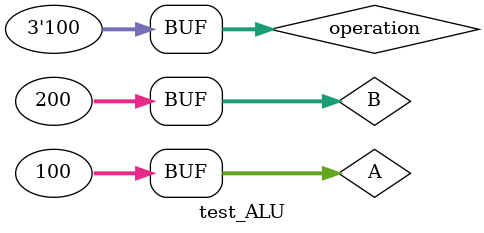
<source format=v>
`timescale 1ns / 1ps


module test_ALU;

	// Inputs
	reg [31:0] A;
	reg [31:0] B;
	reg [2:0] operation;

	// Outputs
	wire [31:0] res;
	wire slt;

	// Instantiate the Unit Under Test (UUT)
	ALU uut (
		.A(A), 
		.B(B), 
		.operation(operation), 
		.res(res), 
		.slt(slt)
	);

	initial begin
		// Initialize Inputs
		A = 100;
		B = 200;
		operation = 0;

		// Wait 100 ns for global reset to finish
		#10;
      A = 100;
		B = 200;
		operation = 1;  
		#10;
      A = 100;
		B = 200;
		operation = 2;
#10;
      A = 100;
		B = 200;
		operation = 3;
#10;
      A = 100;
		B = 200;
		operation = 4;    		
		// Add stimulus here

	end
      
endmodule


</source>
